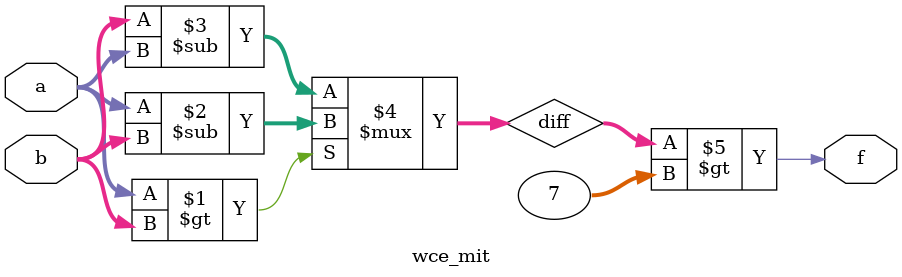
<source format=v>
module wce_mit(a, b, f);
parameter _bit = 9;
parameter wce = 7;
input [_bit - 1: 0] a;
input [_bit - 1: 0] b;
output f;
wire [_bit - 1: 0] diff;
assign diff = (a > b)? (a - b): (b - a);
assign f = (diff > wce);
endmodule

</source>
